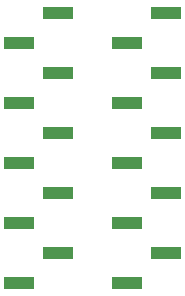
<source format=gbp>
G04 #@! TF.GenerationSoftware,KiCad,Pcbnew,9.0.6*
G04 #@! TF.CreationDate,2025-12-31T23:13:25-06:00*
G04 #@! TF.ProjectId,QFN-16_3x3,51464e2d-3136-45f3-9378-332e6b696361,rev?*
G04 #@! TF.SameCoordinates,Original*
G04 #@! TF.FileFunction,Paste,Bot*
G04 #@! TF.FilePolarity,Positive*
%FSLAX46Y46*%
G04 Gerber Fmt 4.6, Leading zero omitted, Abs format (unit mm)*
G04 Created by KiCad (PCBNEW 9.0.6) date 2025-12-31 23:13:25*
%MOMM*%
%LPD*%
G01*
G04 APERTURE LIST*
%ADD10R,2.510000X1.000000*%
G04 APERTURE END LIST*
D10*
X124610000Y-132080000D03*
X127920000Y-129540000D03*
X124610000Y-127000000D03*
X127920000Y-124460000D03*
X124610000Y-121920000D03*
X127920000Y-119380000D03*
X124610000Y-116840000D03*
X127920000Y-114300000D03*
X124610000Y-111760000D03*
X127920000Y-109220000D03*
X137010000Y-109220000D03*
X133700000Y-111760000D03*
X137010000Y-114300000D03*
X133700000Y-116840000D03*
X137010000Y-119380000D03*
X133700000Y-121920000D03*
X137010000Y-124460000D03*
X133700000Y-127000000D03*
X137010000Y-129540000D03*
X133700000Y-132080000D03*
M02*

</source>
